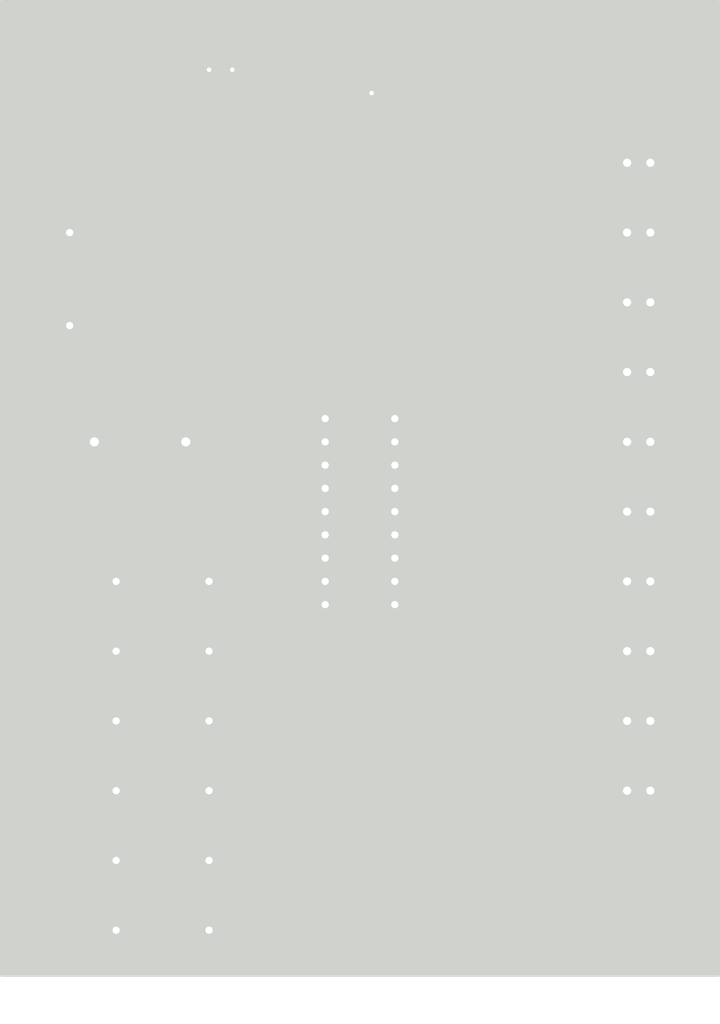
<source format=kicad_pcb>
(kicad_pcb (version 20211014) (generator pcbnew)
  (layers (0 "F.Cu" signal) (31 "B.Cu" signal) (34 "B.Paste" user) (35 "F.Paste" user) (36 "B.SilkS" user "B.Silkscreen") (37 "F.SilkS" user "F.Silkscreen") (38 "B.Mask" user) (39 "F.Mask" user) (44 "Edge.Cuts" user))
  (net 0 "")
  (net 1 "Net-(D1-Pad1)")
  (net 2 "GND")
  (net 3 "+5V")
  (net 4 "Net-(C1-Pad1)")
  (net 5 "Net-(R2-Pad1)")
  (net 6 "Net-(D10-Pad1)")
  (net 7 "Net-(D9-Pad1)")
  (net 8 "Net-(D8-Pad1)")
  (net 9 "Net-(D7-Pad1)")
  (net 10 "Net-(D6-Pad1)")
  (net 11 "Net-(D5-Pad1)")
  (net 12 "Net-(D4-Pad1)")
  (net 13 "Net-(D3-Pad1)")
  (net 14 "Net-(D2-Pad1)")
  (net 15 "sinal pwm")
  (net 16 "Net-(R2-Pad2)")
  (net 17 "Net-(R3-Pad2)")
  (net 18 "Net-(R5-Pad2)")
  (net 19 "Net-(R6-Pad2)")
  (net 20 "Net-(R7-Pad2)")
  (footprint "Resistor_THT:R_Axial_DIN0207_L6.3mm_D2.5mm_P10.16mm_Horizontal" (layer "F.Cu") (at 114.3 109.22)
    (fp_text reference "R2" (at 5.08 -2.37) (layer "F.SilkS"))
    (fp_text value "3,6k")
    (fp_line (start 1.04 0) (end 1.81 0) (layer "F.SilkS") (width 0.12))
    (fp_line (start 8.35 1.37) (end 8.35 -1.37) (layer "F.SilkS") (width 0.12))
    (fp_line (start 1.81 1.37) (end 8.35 1.37) (layer "F.SilkS") (width 0.12))
    (fp_line (start 8.35 -1.37) (end 1.81 -1.37) (layer "F.SilkS") (width 0.12))
    (fp_line (start 1.81 -1.37) (end 1.81 1.37) (layer "F.SilkS") (width 0.12))
    (fp_line (start 9.12 0) (end 8.35 0) (layer "F.SilkS") (width 0.12))
    (pad "1" thru_hole circle (at 0 0) (size 1.6 1.6) (drill 0.8) (layers *.Cu *.Mask) (net 5 "Net-(R2-Pad1)"))
    (pad "2" thru_hole oval (at 10.16 0) (size 1.6 1.6) (drill 0.8) (layers *.Cu *.Mask) (net 16 "Net-(R2-Pad2)"))
  )
  (footprint "Resistor_THT:R_Axial_DIN0207_L6.3mm_D2.5mm_P10.16mm_Horizontal" (layer "F.Cu") (at 114.3 124.46)
    (fp_text reference "R4" (at 5.08 -2.37) (layer "F.SilkS"))
    (fp_text value "30")
    (fp_line (start 8.35 -1.37) (end 1.81 -1.37) (layer "F.SilkS") (width 0.12))
    (fp_line (start 1.81 -1.37) (end 1.81 1.37) (layer "F.SilkS") (width 0.12))
    (fp_line (start 1.81 1.37) (end 8.35 1.37) (layer "F.SilkS") (width 0.12))
    (fp_line (start 9.12 0) (end 8.35 0) (layer "F.SilkS") (width 0.12))
    (fp_line (start 8.35 1.37) (end 8.35 -1.37) (layer "F.SilkS") (width 0.12))
    (fp_line (start 1.04 0) (end 1.81 0) (layer "F.SilkS") (width 0.12))
    (pad "1" thru_hole circle (at 0 0) (size 1.6 1.6) (drill 0.8) (layers *.Cu *.Mask) (net 17 "Net-(R3-Pad2)"))
    (pad "2" thru_hole oval (at 10.16 0) (size 1.6 1.6) (drill 0.8) (layers *.Cu *.Mask) (net 2 "GND"))
  )
  (footprint "LED_THT:LED_D5.0mm" (layer "F.Cu") (at 170.18 55.88)
    (fp_text reference "D3" (at 1.27 -3.96) (layer "F.SilkS"))
    (fp_text value "LED")
    (fp_line (start -1.29 -1.545) (end -1.29 1.545) (layer "F.SilkS") (width 0.12))
    (fp_arc (start -1.29 -1.54483) (mid 2.072002 -2.880433) (end 4.26 0.000462) (layer "F.SilkS") (width 0.12))
    (fp_arc (start 4.26 -0.000462) (mid 2.072002 2.880433) (end -1.29 1.54483) (layer "F.SilkS") (width 0.12))
    (fp_circle (center 1.27 0) (end 3.77 0) (layer "F.SilkS") (width 0.12) (fill none))
    (pad "1" thru_hole rect (at 0 0) (size 1.8 1.8) (drill 0.9) (layers *.Cu *.Mask) (net 13 "Net-(D3-Pad1)"))
    (pad "2" thru_hole circle (at 2.54 0) (size 1.8 1.8) (drill 0.9) (layers *.Cu *.Mask) (net 3 "+5V"))
  )
  (footprint "Resistor_THT:R_Axial_DIN0207_L6.3mm_D2.5mm_P10.16mm_Horizontal" (layer "F.Cu") (at 124.46 93.98 180)
    (fp_text reference "R6" (at 5.08 -2.37) (layer "F.SilkS"))
    (fp_text value "10")
    (fp_line (start 1.81 1.37) (end 8.35 1.37) (layer "F.SilkS") (width 0.12))
    (fp_line (start 1.04 0) (end 1.81 0) (layer "F.SilkS") (width 0.12))
    (fp_line (start 1.81 -1.37) (end 1.81 1.37) (layer "F.SilkS") (width 0.12))
    (fp_line (start 8.35 -1.37) (end 1.81 -1.37) (layer "F.SilkS") (width 0.12))
    (fp_line (start 9.12 0) (end 8.35 0) (layer "F.SilkS") (width 0.12))
    (fp_line (start 8.35 1.37) (end 8.35 -1.37) (layer "F.SilkS") (width 0.12))
    (pad "1" thru_hole circle (at 0 0 180) (size 1.6 1.6) (drill 0.8) (layers *.Cu *.Mask) (net 18 "Net-(R5-Pad2)"))
    (pad "2" thru_hole oval (at 10.16 0 180) (size 1.6 1.6) (drill 0.8) (layers *.Cu *.Mask) (net 19 "Net-(R6-Pad2)"))
  )
  (footprint "LED_THT:LED_D5.0mm" (layer "F.Cu") (at 170.18 86.36)
    (fp_text reference "D7" (at 1.27 -3.96) (layer "F.SilkS"))
    (fp_text value "LED")
    (fp_line (start -1.29 -1.545) (end -1.29 1.545) (layer "F.SilkS") (width 0.12))
    (fp_arc (start 4.26 -0.000462) (mid 2.072002 2.880433) (end -1.29 1.54483) (layer "F.SilkS") (width 0.12))
    (fp_arc (start -1.29 -1.54483) (mid 2.072002 -2.880433) (end 4.26 0.000462) (layer "F.SilkS") (width 0.12))
    (fp_circle (center 1.27 0) (end 3.77 0) (layer "F.SilkS") (width 0.12) (fill none))
    (pad "1" thru_hole rect (at 0 0) (size 1.8 1.8) (drill 0.9) (layers *.Cu *.Mask) (net 9 "Net-(D7-Pad1)"))
    (pad "2" thru_hole circle (at 2.54 0) (size 1.8 1.8) (drill 0.9) (layers *.Cu *.Mask) (net 3 "+5V"))
  )
  (footprint "Resistor_THT:R_Axial_DIN0207_L6.3mm_D2.5mm_P10.16mm_Horizontal" (layer "F.Cu") (at 114.3 101.6)
    (fp_text reference "R5" (at 5.08 -2.37) (layer "F.SilkS"))
    (fp_text value "10")
    (fp_line (start 1.81 -1.37) (end 1.81 1.37) (layer "F.SilkS") (width 0.12))
    (fp_line (start 1.04 0) (end 1.81 0) (layer "F.SilkS") (width 0.12))
    (fp_line (start 9.12 0) (end 8.35 0) (layer "F.SilkS") (width 0.12))
    (fp_line (start 8.35 -1.37) (end 1.81 -1.37) (layer "F.SilkS") (width 0.12))
    (fp_line (start 1.81 1.37) (end 8.35 1.37) (layer "F.SilkS") (width 0.12))
    (fp_line (start 8.35 1.37) (end 8.35 -1.37) (layer "F.SilkS") (width 0.12))
    (pad "1" thru_hole circle (at 0 0) (size 1.6 1.6) (drill 0.8) (layers *.Cu *.Mask) (net 5 "Net-(R2-Pad1)"))
    (pad "2" thru_hole oval (at 10.16 0) (size 1.6 1.6) (drill 0.8) (layers *.Cu *.Mask) (net 18 "Net-(R5-Pad2)"))
  )
  (footprint "LED_THT:LED_D5.0mm" (layer "F.Cu") (at 170.18 101.6)
    (fp_text reference "D9" (at 1.27 -3.96) (layer "F.SilkS"))
    (fp_text value "LED")
    (fp_line (start -1.29 -1.545) (end -1.29 1.545) (layer "F.SilkS") (width 0.12))
    (fp_arc (start -1.29 -1.54483) (mid 2.072002 -2.880433) (end 4.26 0.000462) (layer "F.SilkS") (width 0.12))
    (fp_arc (start 4.26 -0.000462) (mid 2.072002 2.880433) (end -1.29 1.54483) (layer "F.SilkS") (width 0.12))
    (fp_circle (center 1.27 0) (end 3.77 0) (layer "F.SilkS") (width 0.12) (fill none))
    (pad "1" thru_hole rect (at 0 0) (size 1.8 1.8) (drill 0.9) (layers *.Cu *.Mask) (net 7 "Net-(D9-Pad1)"))
    (pad "2" thru_hole circle (at 2.54 0) (size 1.8 1.8) (drill 0.9) (layers *.Cu *.Mask) (net 3 "+5V"))
  )
  (footprint "Resistor_THT:R_Axial_DIN0207_L6.3mm_D2.5mm_P10.16mm_Horizontal" (layer "F.Cu") (at 109.22 48.26 -90)
    (fp_text reference "R1" (at 5.08 -2.37 90) (layer "F.SilkS"))
    (fp_text value "400k")
    (fp_line (start 8.35 1.37) (end 8.35 -1.37) (layer "F.SilkS") (width 0.12))
    (fp_line (start 1.81 -1.37) (end 1.81 1.37) (layer "F.SilkS") (width 0.12))
    (fp_line (start 8.35 -1.37) (end 1.81 -1.37) (layer "F.SilkS") (width 0.12))
    (fp_line (start 9.12 0) (end 8.35 0) (layer "F.SilkS") (width 0.12))
    (fp_line (start 1.04 0) (end 1.81 0) (layer "F.SilkS") (width 0.12))
    (fp_line (start 1.81 1.37) (end 8.35 1.37) (layer "F.SilkS") (width 0.12))
    (pad "1" thru_hole circle (at 0 0 270) (size 1.6 1.6) (drill 0.8) (layers *.Cu *.Mask) (net 15 "sinal pwm"))
    (pad "2" thru_hole oval (at 10.16 0 270) (size 1.6 1.6) (drill 0.8) (layers *.Cu *.Mask) (net 4 "Net-(C1-Pad1)"))
  )
  (footprint "LED_THT:LED_D5.0mm" (layer "F.Cu") (at 170.18 63.5)
    (fp_text reference "D4" (at -2.54 0) (layer "F.SilkS"))
    (fp_text value "LED")
    (fp_line (start -1.29 -1.545) (end -1.29 1.545) (layer "F.SilkS") (width 0.12))
    (fp_arc (start -1.29 -1.54483) (mid 2.072002 -2.880433) (end 4.26 0.000462) (layer "F.SilkS") (width 0.12))
    (fp_arc (start 4.26 -0.000462) (mid 2.072002 2.880433) (end -1.29 1.54483) (layer "F.SilkS") (width 0.12))
    (fp_circle (center 1.27 0) (end 3.77 0) (layer "F.SilkS") (width 0.12) (fill none))
    (pad "1" thru_hole rect (at 0 0) (size 1.8 1.8) (drill 0.9) (layers *.Cu *.Mask) (net 12 "Net-(D4-Pad1)"))
    (pad "2" thru_hole circle (at 2.54 0) (size 1.8 1.8) (drill 0.9) (layers *.Cu *.Mask) (net 3 "+5V"))
  )
  (footprint "LED_THT:LED_D5.0mm" (layer "F.Cu") (at 170.18 40.64)
    (fp_text reference "D1" (at 1.27 -3.96) (layer "F.SilkS"))
    (fp_text value "LED")
    (fp_line (start -1.29 -1.545) (end -1.29 1.545) (layer "F.SilkS") (width 0.12))
    (fp_arc (start -1.29 -1.54483) (mid 2.072002 -2.880433) (end 4.26 0.000462) (layer "F.SilkS") (width 0.12))
    (fp_arc (start 4.26 -0.000462) (mid 2.072002 2.880433) (end -1.29 1.54483) (layer "F.SilkS") (width 0.12))
    (fp_circle (center 1.27 0) (end 3.77 0) (layer "F.SilkS") (width 0.12) (fill none))
    (pad "1" thru_hole rect (at 0 0) (size 1.8 1.8) (drill 0.9) (layers *.Cu *.Mask) (net 1 "Net-(D1-Pad1)"))
    (pad "2" thru_hole circle (at 2.54 0) (size 1.8 1.8) (drill 0.9) (layers *.Cu *.Mask) (net 3 "+5V"))
  )
  (footprint "Package_DIP:DIP-18_W7.62mm" (layer "F.Cu") (at 137.16 68.58)
    (fp_text reference "U1" (at 3.81 -2.33) (layer "F.SilkS"))
    (fp_text value "LM3914N")
    (fp_line (start 2.81 -1.33) (end 1.16 -1.33) (layer "F.SilkS") (width 0.12))
    (fp_line (start 6.46 21.65) (end 6.46 -1.33) (layer "F.SilkS") (width 0.12))
    (fp_line (start 1.16 21.65) (end 6.46 21.65) (layer "F.SilkS") (width 0.12))
    (fp_line (start 6.46 -1.33) (end 4.81 -1.33) (layer "F.SilkS") (width 0.12))
    (fp_line (start 1.16 -1.33) (end 1.16 21.65) (layer "F.SilkS") (width 0.12))
    (fp_arc (start 4.81 -1.33) (mid 3.81 -0.33) (end 2.81 -1.33) (layer "F.SilkS") (width 0.12))
    (pad "1" thru_hole rect (at 0 0) (size 1.6 1.6) (drill 0.8) (layers *.Cu *.Mask) (net 1 "Net-(D1-Pad1)"))
    (pad "2" thru_hole oval (at 0 2.54) (size 1.6 1.6) (drill 0.8) (layers *.Cu *.Mask) (net 2 "GND"))
    (pad "3" thru_hole oval (at 0 5.08) (size 1.6 1.6) (drill 0.8) (layers *.Cu *.Mask) (net 3 "+5V"))
    (pad "4" thru_hole oval (at 0 7.62) (size 1.6 1.6) (drill 0.8) (layers *.Cu *.Mask) (net 2 "GND"))
    (pad "5" thru_hole oval (at 0 10.16) (size 1.6 1.6) (drill 0.8) (layers *.Cu *.Mask) (net 4 "Net-(C1-Pad1)"))
    (pad "6" thru_hole oval (at 0 12.7) (size 1.6 1.6) (drill 0.8) (layers *.Cu *.Mask) (net 20 "Net-(R7-Pad2)"))
    (pad "7" thru_hole oval (at 0 15.24) (size 1.6 1.6) (drill 0.8) (layers *.Cu *.Mask) (net 20 "Net-(R7-Pad2)"))
    (pad "8" thru_hole oval (at 0 17.78) (size 1.6 1.6) (drill 0.8) (layers *.Cu *.Mask) (net 5 "Net-(R2-Pad1)"))
    (pad "9" thru_hole oval (at 0 20.32) (size 1.6 1.6) (drill 0.8) (layers *.Cu *.Mask) (net 3 "+5V"))
    (pad "10" thru_hole oval (at 7.62 20.32) (size 1.6 1.6) (drill 0.8) (layers *.Cu *.Mask) (net 6 "Net-(D10-Pad1)"))
    (pad "11" thru_hole oval (at 7.62 17.78) (size 1.6 1.6) (drill 0.8) (layers *.Cu *.Mask) (net 7 "Net-(D9-Pad1)"))
    (pad "12" thru_hole oval (at 7.62 15.24) (size 1.6 1.6) (drill 0.8) (layers *.Cu *.Mask) (net 8 "Net-(D8-Pad1)"))
    (pad "13" thru_hole oval (at 7.62 12.7) (size 1.6 1.6) (drill 0.8) (layers *.Cu *.Mask) (net 9 "Net-(D7-Pad1)"))
    (pad "14" thru_hole oval (at 7.62 10.16) (size 1.6 1.6) (drill 0.8) (layers *.Cu *.Mask) (net 10 "Net-(D6-Pad1)"))
    (pad "15" thru_hole oval (at 7.62 7.62) (size 1.6 1.6) (drill 0.8) (layers *.Cu *.Mask) (net 11 "Net-(D5-Pad1)"))
    (pad "16" thru_hole oval (at 7.62 5.08) (size 1.6 1.6) (drill 0.8) (layers *.Cu *.Mask) (net 12 "Net-(D4-Pad1)"))
    (pad "17" thru_hole oval (at 7.62 2.54) (size 1.6 1.6) (drill 0.8) (layers *.Cu *.Mask) (net 13 "Net-(D3-Pad1)"))
    (pad "18" thru_hole oval (at 7.62 0) (size 1.6 1.6) (drill 0.8) (layers *.Cu *.Mask) (net 14 "Net-(D2-Pad1)"))
  )
  (footprint "Resistor_THT:R_Axial_DIN0207_L6.3mm_D2.5mm_P10.16mm_Horizontal" (layer "F.Cu") (at 114.3 86.36)
    (fp_text reference "R7" (at 5.08 -2.37) (layer "F.SilkS"))
    (fp_text value "1,2k")
    (fp_line (start 8.35 1.37) (end 8.35 -1.37) (layer "F.SilkS") (width 0.12))
    (fp_line (start 1.81 1.37) (end 8.35 1.37) (layer "F.SilkS") (width 0.12))
    (fp_line (start 9.12 0) (end 8.35 0) (layer "F.SilkS") (width 0.12))
    (fp_line (start 1.04 0) (end 1.81 0) (layer "F.SilkS") (width 0.12))
    (fp_line (start 1.81 -1.37) (end 1.81 1.37) (layer "F.SilkS") (width 0.12))
    (fp_line (start 8.35 -1.37) (end 1.81 -1.37) (layer "F.SilkS") (width 0.12))
    (pad "1" thru_hole circle (at 0 0) (size 1.6 1.6) (drill 0.8) (layers *.Cu *.Mask) (net 19 "Net-(R6-Pad2)"))
    (pad "2" thru_hole oval (at 10.16 0) (size 1.6 1.6) (drill 0.8) (layers *.Cu *.Mask) (net 20 "Net-(R7-Pad2)"))
  )
  (footprint "LED_THT:LED_D5.0mm" (layer "F.Cu") (at 170.18 71.12)
    (fp_text reference "D5" (at 1.27 -3.96) (layer "F.SilkS"))
    (fp_text value "LED")
    (fp_line (start -1.29 -1.545) (end -1.29 1.545) (layer "F.SilkS") (width 0.12))
    (fp_arc (start 4.26 -0.000462) (mid 2.072002 2.880433) (end -1.29 1.54483) (layer "F.SilkS") (width 0.12))
    (fp_arc (start -1.29 -1.54483) (mid 2.072002 -2.880433) (end 4.26 0.000462) (layer "F.SilkS") (width 0.12))
    (fp_circle (center 1.27 0) (end 3.77 0) (layer "F.SilkS") (width 0.12) (fill none))
    (pad "1" thru_hole rect (at 0 0) (size 1.8 1.8) (drill 0.9) (layers *.Cu *.Mask) (net 11 "Net-(D5-Pad1)"))
    (pad "2" thru_hole circle (at 2.54 0) (size 1.8 1.8) (drill 0.9) (layers *.Cu *.Mask) (net 3 "+5V"))
  )
  (footprint "Connector_PinHeader_1.00mm:PinHeader_1x01_P1.00mm_Vertical" (layer "F.Cu") (at 142.24 33.02)
    (fp_text reference "J3" (at 0 -1.56) (layer "F.SilkS"))
    (fp_text value "Screw_Terminal_01x01")
    (fp_line (start -0.695 0.685) (end 0.695 0.685) (layer "F.SilkS") (width 0.12))
    (fp_line (start 0.608276 0.685) (end 0.695 0.685) (layer "F.SilkS") (width 0.12))
    (fp_line (start 0.695 0.685) (end 0.695 0.56) (layer "F.SilkS") (width 0.12))
    (fp_line (start -0.695 0.685) (end -0.608276 0.685) (layer "F.SilkS") (width 0.12))
    (fp_line (start -0.695 0) (end -0.695 -0.685) (layer "F.SilkS") (width 0.12))
    (fp_line (start -0.695 -0.685) (end 0 -0.685) (layer "F.SilkS") (width 0.12))
    (fp_line (start -0.695 0.685) (end -0.695 0.56) (layer "F.SilkS") (width 0.12))
    (pad "1" thru_hole rect (at 0 0) (size 0.85 0.85) (drill 0.5) (layers *.Cu *.Mask) (net 3 "+5V"))
  )
  (footprint "Capacitor_THT:C_Disc_D16.0mm_W5.0mm_P10.00mm" (layer "F.Cu") (at 111.92 71.12)
    (fp_text reference "C1" (at 5 -3.75) (layer "F.SilkS"))
    (fp_text value "10n")
    (fp_line (start -3.12 2.62) (end 13.12 2.62) (layer "F.SilkS") (width 0.12))
    (fp_line (start -3.12 -2.62) (end 13.12 -2.62) (layer "F.SilkS") (width 0.12))
    (fp_line (start 13.12 -2.62) (end 13.12 2.62) (layer "F.SilkS") (width 0.12))
    (fp_line (start -3.12 -2.62) (end -3.12 2.62) (layer "F.SilkS") (width 0.12))
    (pad "1" thru_hole circle (at 0 0) (size 2 2) (drill 1) (layers *.Cu *.Mask) (net 4 "Net-(C1-Pad1)"))
    (pad "2" thru_hole circle (at 10 0) (size 2 2) (drill 1) (layers *.Cu *.Mask) (net 2 "GND"))
  )
  (footprint "LED_THT:LED_D5.0mm" (layer "F.Cu") (at 170.18 93.98)
    (fp_text reference "D8" (at 1.27 -3.96) (layer "F.SilkS"))
    (fp_text value "LED")
    (fp_line (start -1.29 -1.545) (end -1.29 1.545) (layer "F.SilkS") (width 0.12))
    (fp_arc (start 4.26 -0.000462) (mid 2.072002 2.880433) (end -1.29 1.54483) (layer "F.SilkS") (width 0.12))
    (fp_arc (start -1.29 -1.54483) (mid 2.072002 -2.880433) (end 4.26 0.000462) (layer "F.SilkS") (width 0.12))
    (fp_circle (center 1.27 0) (end 3.77 0) (layer "F.SilkS") (width 0.12) (fill none))
    (pad "1" thru_hole rect (at 0 0) (size 1.8 1.8) (drill 0.9) (layers *.Cu *.Mask) (net 8 "Net-(D8-Pad1)"))
    (pad "2" thru_hole circle (at 2.54 0) (size 1.8 1.8) (drill 0.9) (layers *.Cu *.Mask) (net 3 "+5V"))
  )
  (footprint "Resistor_THT:R_Axial_DIN0207_L6.3mm_D2.5mm_P10.16mm_Horizontal" (layer "F.Cu") (at 124.46 116.84 180)
    (fp_text reference "R3" (at 5.08 -2.37) (layer "F.SilkS"))
    (fp_text value "200")
    (fp_line (start 8.35 1.37) (end 8.35 -1.37) (layer "F.SilkS") (width 0.12))
    (fp_line (start 9.12 0) (end 8.35 0) (layer "F.SilkS") (width 0.12))
    (fp_line (start 1.81 1.37) (end 8.35 1.37) (layer "F.SilkS") (width 0.12))
    (fp_line (start 8.35 -1.37) (end 1.81 -1.37) (layer "F.SilkS") (width 0.12))
    (fp_line (start 1.04 0) (end 1.81 0) (layer "F.SilkS") (width 0.12))
    (fp_line (start 1.81 -1.37) (end 1.81 1.37) (layer "F.SilkS") (width 0.12))
    (pad "1" thru_hole circle (at 0 0 180) (size 1.6 1.6) (drill 0.8) (layers *.Cu *.Mask) (net 16 "Net-(R2-Pad2)"))
    (pad "2" thru_hole oval (at 10.16 0 180) (size 1.6 1.6) (drill 0.8) (layers *.Cu *.Mask) (net 17 "Net-(R3-Pad2)"))
  )
  (footprint "LED_THT:LED_D5.0mm" (layer "F.Cu") (at 170.18 48.26)
    (fp_text reference "D2" (at 1.27 -3.96) (layer "F.SilkS"))
    (fp_text value "LED")
    (fp_line (start -1.29 -1.545) (end -1.29 1.545) (layer "F.SilkS") (width 0.12))
    (fp_arc (start 4.26 -0.000462) (mid 2.072002 2.880433) (end -1.29 1.54483) (layer "F.SilkS") (width 0.12))
    (fp_arc (start -1.29 -1.54483) (mid 2.072002 -2.880433) (end 4.26 0.000462) (layer "F.SilkS") (width 0.12))
    (fp_circle (center 1.27 0) (end 3.77 0) (layer "F.SilkS") (width 0.12) (fill none))
    (pad "1" thru_hole rect (at 0 0) (size 1.8 1.8) (drill 0.9) (layers *.Cu *.Mask) (net 14 "Net-(D2-Pad1)"))
    (pad "2" thru_hole circle (at 2.54 0) (size 1.8 1.8) (drill 0.9) (layers *.Cu *.Mask) (net 3 "+5V"))
  )
  (footprint "LED_THT:LED_D5.0mm" (layer "F.Cu") (at 170.18 109.22)
    (fp_text reference "D10" (at 1.27 -3.96) (layer "F.SilkS"))
    (fp_text value "LED")
    (fp_line (start -1.29 -1.545) (end -1.29 1.545) (layer "F.SilkS") (width 0.12))
    (fp_arc (start 4.26 -0.000462) (mid 2.072002 2.880433) (end -1.29 1.54483) (layer "F.SilkS") (width 0.12))
    (fp_arc (start -1.29 -1.54483) (mid 2.072002 -2.880433) (end 4.26 0.000462) (layer "F.SilkS") (width 0.12))
    (fp_circle (center 1.27 0) (end 3.77 0) (layer "F.SilkS") (width 0.12) (fill none))
    (pad "1" thru_hole rect (at 0 0) (size 1.8 1.8) (drill 0.9) (layers *.Cu *.Mask) (net 6 "Net-(D10-Pad1)"))
    (pad "2" thru_hole circle (at 2.54 0) (size 1.8 1.8) (drill 0.9) (layers *.Cu *.Mask) (net 3 "+5V"))
  )
  (footprint "Connector_PinHeader_1.00mm:PinHeader_1x01_P1.00mm_Vertical" (layer "F.Cu") (at 127 30.48)
    (fp_text reference "J1" (at 0 -1.56) (layer "F.SilkS"))
    (fp_text value "Screw_Terminal_01x01")
    (fp_line (start -0.695 0.685) (end -0.608276 0.685) (layer "F.SilkS") (width 0.12))
    (fp_line (start 0.695 0.685) (end 0.695 0.56) (layer "F.SilkS") (width 0.12))
    (fp_line (start -0.695 0) (end -0.695 -0.685) (layer "F.SilkS") (width 0.12))
    (fp_line (start -0.695 -0.685) (end 0 -0.685) (layer "F.SilkS") (width 0.12))
    (fp_line (start -0.695 0.685) (end -0.695 0.56) (layer "F.SilkS") (width 0.12))
    (fp_line (start -0.695 0.685) (end 0.695 0.685) (layer "F.SilkS") (width 0.12))
    (fp_line (start 0.608276 0.685) (end 0.695 0.685) (layer "F.SilkS") (width 0.12))
    (pad "1" thru_hole rect (at 0 0) (size 0.85 0.85) (drill 0.5) (layers *.Cu *.Mask) (net 2 "GND"))
  )
  (footprint "Connector_PinHeader_1.00mm:PinHeader_1x01_P1.00mm_Vertical" (layer "F.Cu") (at 124.46 30.48)
    (fp_text reference "J2" (at 0 -1.56) (layer "F.SilkS"))
    (fp_text value "Screw_Terminal_01x01")
    (fp_line (start -0.695 0.685) (end 0.695 0.685) (layer "F.SilkS") (width 0.12))
    (fp_line (start -0.695 0.685) (end -0.608276 0.685) (layer "F.SilkS") (width 0.12))
    (fp_line (start -0.695 0.685) (end -0.695 0.56) (layer "F.SilkS") (width 0.12))
    (fp_line (start 0.608276 0.685) (end 0.695 0.685) (layer "F.SilkS") (width 0.12))
    (fp_line (start -0.695 0) (end -0.695 -0.685) (layer "F.SilkS") (width 0.12))
    (fp_line (start 0.695 0.685) (end 0.695 0.56) (layer "F.SilkS") (width 0.12))
    (fp_line (start -0.695 -0.685) (end 0 -0.685) (layer "F.SilkS") (width 0.12))
    (pad "1" thru_hole rect (at 0 0) (size 0.85 0.85) (drill 0.5) (layers *.Cu *.Mask) (net 15 "sinal pwm"))
  )
  (footprint "LED_THT:LED_D5.0mm" (layer "F.Cu") (at 170.18 78.74)
    (fp_text reference "D6" (at 1.27 -3.96) (layer "F.SilkS"))
    (fp_text value "LED")
    (fp_line (start -1.29 -1.545) (end -1.29 1.545) (layer "F.SilkS") (width 0.12))
    (fp_arc (start -1.29 -1.54483) (mid 2.072002 -2.880433) (end 4.26 0.000462) (layer "F.SilkS") (width 0.12))
    (fp_arc (start 4.26 -0.000462) (mid 2.072002 2.880433) (end -1.29 1.54483) (layer "F.SilkS") (width 0.12))
    (fp_circle (center 1.27 0) (end 3.77 0) (layer "F.SilkS") (width 0.12) (fill none))
    (pad "1" thru_hole rect (at 0 0) (size 1.8 1.8) (drill 0.9) (layers *.Cu *.Mask) (net 10 "Net-(D6-Pad1)"))
    (pad "2" thru_hole circle (at 2.54 0) (size 1.8 1.8) (drill 0.9) (layers *.Cu *.Mask) (net 3 "+5V"))
  )
  (gr_rect (start 177.8 134.62) (end 177.8 134.62) (layer "B.Cu") (width 0.2) (fill none))
  (segment (start 157.48 27.94) (end 170.18 40.64) (width 0.25) (layer "B.Cu") (net 1))
  (segment (start 137.16 68.58) (end 137.16 27.94) (width 0.25) (layer "B.Cu") (net 1))
  (segment (start 137.16 27.94) (end 157.48 27.94) (width 0.25) (layer "B.Cu") (net 1))
  (segment (start 137.16 71.12) (end 121.92 71.12) (width 0.25) (layer "B.Cu") (net 2))
  (segment (start 127 39.049009) (end 106.68 59.369009) (width 0.25) (layer "B.Cu") (net 2))
  (segment (start 136.035 75.075) (end 137.16 76.2) (width 0.25) (layer "B.Cu") (net 2))
  (segment (start 121.92 71.12) (end 127 66.04) (width 0.25) (layer "B.Cu") (net 2))
  (segment (start 127 66.04) (end 127 39.049009) (width 0.5) (layer "B.Cu") (net 2))
  (segment (start 106.68 59.369009) (end 106.68 127) (width 0.5) (layer "B.Cu") (net 2))
  (segment (start 136.035 72.245) (end 136.035 75.075) (width 0.25) (layer "B.Cu") (net 2))
  (segment (start 127 30.48) (end 127 39.049009) (width 0.25) (layer "B.Cu") (net 2))
  (segment (start 106.68 127) (end 121.92 127) (width 0.25) (layer "B.Cu") (net 2))
  (segment (start 137.16 71.12) (end 136.035 72.245) (width 0.25) (layer "B.Cu") (net 2))
  (segment (start 121.92 127) (end 124.46 124.46) (width 0.25) (layer "B.Cu") (net 2))
  (segment (start 137.16 73.66) (end 139.7 76.2) (width 0.25) (layer "B.Cu") (net 3))
  (segment (start 142.24 68.58) (end 137.16 73.66) (width 0.25) (layer "B.Cu") (net 3))
  (segment (start 139.7 86.36) (end 137.16 88.9) (width 0.25) (layer "B.Cu") (net 3))
  (segment (start 172.72 71.12) (end 172.72 78.74) (width 0.25) (layer "B.Cu") (net 3))
  (segment (start 172.72 40.64) (end 172.72 48.26) (width 0.25) (layer "B.Cu") (net 3))
  (segment (start 171.495 110.445) (end 172.72 109.22) (width 0.25) (layer "B.Cu") (net 3))
  (segment (start 137.16 88.9) (end 137.16 93.98) (width 0.25) (layer "B.Cu") (net 3))
  (segment (start 172.72 93.98) (end 172.72 101.6) (width 0.25) (layer "B.Cu") (net 3))
  (segment (start 142.24 33.02) (end 142.24 68.58) (width 0.25) (layer "B.Cu") (net 3))
  (segment (start 139.7 76.2) (end 139.7 86.36) (width 0.25) (layer "B.Cu") (net 3))
  (segment (start 172.72 78.74) (end 172.72 86.36) (width 0.25) (layer "B.Cu") (net 3))
  (segment (start 172.72 86.36) (end 172.72 93.98) (width 0.25) (layer "B.Cu") (net 3))
  (segment (start 172.72 63.5) (end 172.72 71.12) (width 0.25) (layer "B.Cu") (net 3))
  (segment (start 172.72 55.88) (end 172.72 48.26) (width 0.25) (layer "B.Cu") (net 3))
  (segment (start 172.72 55.88) (end 172.72 63.5) (width 0.25) (layer "B.Cu") (net 3))
  (segment (start 153.625 110.445) (end 171.495 110.445) (width 0.25) (layer "B.Cu") (net 3))
  (segment (start 137.16 93.98) (end 153.625 110.445) (width 0.25) (layer "B.Cu") (net 3))
  (segment (start 172.72 101.6) (end 172.72 109.22) (width 0.25) (layer "B.Cu") (net 3))
  (segment (start 127 78.74) (end 137.16 78.74) (width 0.25) (layer "B.Cu") (net 4))
  (segment (start 119.38 71.12) (end 127 78.74) (width 0.25) (layer "B.Cu") (net 4))
  (segment (start 111.92 71.12) (end 119.38 71.12) (width 0.25) (layer "B.Cu") (net 4))
  (segment (start 111.92 71.12) (end 109.22 68.42) (width 0.25) (layer "B.Cu") (net 4))
  (segment (start 109.22 68.42) (end 109.22 58.42) (width 0.25) (layer "B.Cu") (net 4))
  (segment (start 114.3 109.22) (end 114.3 101.6) (width 0.25) (layer "B.Cu") (net 5))
  (segment (start 129.54 86.36) (end 137.16 86.36) (width 0.25) (layer "B.Cu") (net 5))
  (segment (start 114.3 101.6) (end 129.54 86.36) (width 0.25) (layer "B.Cu") (net 5))
  (segment (start 144.78 88.9) (end 149.86 88.9) (width 0.25) (layer "B.Cu") (net 6))
  (segment (start 149.86 88.9) (end 170.18 109.22) (width 0.25) (layer "B.Cu") (net 6))
  (segment (start 154.94 86.36) (end 170.18 101.6) (width 0.25) (layer "B.Cu") (net 7))
  (segment (start 144.78 86.36) (end 154.94 86.36) (width 0.25) (layer "B.Cu") (net 7))
  (segment (start 160.02 83.82) (end 170.18 93.98) (width 0.25) (layer "B.Cu") (net 8))
  (segment (start 144.78 83.82) (end 160.02 83.82) (width 0.25) (layer "B.Cu") (net 8))
  (segment (start 144.78 81.28) (end 165.1 81.28) (width 0.25) (layer "B.Cu") (net 9))
  (segment (start 165.1 81.28) (end 170.18 86.36) (width 0.25) (layer "B.Cu") (net 9))
  (segment (start 144.78 78.74) (end 170.18 78.74) (width 0.25) (layer "B.Cu") (net 10))
  (segment (start 144.78 76.2) (end 165.1 76.2) (width 0.25) (layer "B.Cu") (net 11))
  (segment (start 165.1 76.2) (end 170.18 71.12) (width 0.25) (layer "B.Cu") (net 11))
  (segment (start 160.02 73.66) (end 170.18 63.5) (width 0.25) (layer "B.Cu") (net 12))
  (segment (start 144.78 73.66) (end 160.02 73.66) (width 0.25) (layer "B.Cu") (net 12))
  (segment (start 170.18 55.88) (end 154.94 71.12) (width 0.25) (layer "B.Cu") (net 13))
  (segment (start 144.78 71.12) (end 154.94 71.12) (width 0.25) (layer "B.Cu") (net 13))
  (segment (start 149.86 68.58) (end 170.18 48.26) (width 0.25) (layer "B.Cu") (net 14))
  (segment (start 144.78 68.58) (end 149.86 68.58) (width 0.25) (layer "B.Cu") (net 14))
  (segment (start 124.46 33.02) (end 109.22 48.26) (width 0.25) (layer "B.Cu") (net 15))
  (segment (start 124.46 30.48) (end 124.46 33.02) (width 0.25) (layer "B.Cu") (net 15))
  (segment (start 124.46 116.84) (end 124.46 109.22) (width 0.25) (layer "B.Cu") (net 16))
  (segment (start 114.3 124.46) (end 114.3 116.84) (width 0.25) (layer "B.Cu") (net 17))
  (segment (start 124.46 93.98) (end 124.46 101.6) (width 0.25) (layer "B.Cu") (net 18))
  (segment (start 114.3 93.98) (end 114.3 86.36) (width 0.25) (layer "B.Cu") (net 19))
  (segment (start 127 83.82) (end 137.16 83.82) (width 0.25) (layer "B.Cu") (net 20))
  (segment (start 137.16 83.82) (end 137.16 81.28) (width 0.25) (layer "B.Cu") (net 20))
  (segment (start 124.46 86.36) (end 127 83.82) (width 0.25) (layer "B.Cu") (net 20))
  (zone (net 0) (net_name "") (layer "Edge.Cuts") (connect_pads (clearance 0.508)) (min_thickness 0.254) (fill yes (thermal_gap 0.508) (thermal_bridge_width 0.508))
    (polygon (pts (xy 180.34 129.54) (xy 101.6 129.54) (xy 101.6 22.86) (xy 180.34 22.86)))
  )
)
</source>
